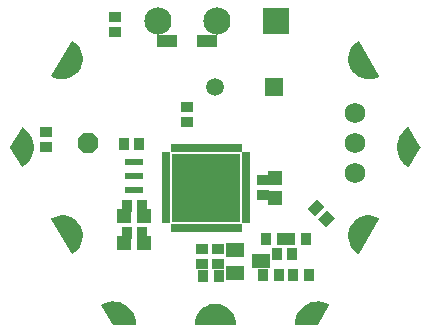
<source format=gbr>
G04 EAGLE Gerber RS-274X export*
G75*
%MOMM*%
%FSLAX34Y34*%
%LPD*%
%INSoldermask Bottom*%
%IPPOS*%
%AMOC8*
5,1,8,0,0,1.08239X$1,22.5*%
G01*
%ADD10R,0.903200X1.103200*%
%ADD11R,1.303200X1.203200*%
%ADD12R,1.103200X0.903200*%
%ADD13R,1.603197X0.603200*%
%ADD14R,1.203200X1.303200*%
%ADD15C,1.203200*%
%ADD16R,1.603200X1.203200*%
%ADD17R,0.753200X0.500381*%
%ADD18R,0.500381X0.753200*%
%ADD19R,5.803200X5.803200*%
%ADD20P,1.869504X8X22.500000*%
%ADD21C,1.727200*%
%ADD22R,1.803200X1.003200*%
%ADD23R,1.511200X1.511200*%
%ADD24C,1.511200*%
%ADD25C,2.303200*%
%ADD26R,2.303200X2.303200*%

G36*
X17029Y-633D02*
X17029Y-633D01*
X17058Y-636D01*
X17125Y-614D01*
X17195Y-600D01*
X17219Y-583D01*
X17247Y-574D01*
X17300Y-527D01*
X17359Y-487D01*
X17375Y-463D01*
X17397Y-443D01*
X17428Y-379D01*
X17466Y-320D01*
X17471Y-291D01*
X17483Y-265D01*
X17492Y-165D01*
X17499Y-123D01*
X17496Y-113D01*
X17498Y-99D01*
X17266Y2699D01*
X17256Y2733D01*
X17252Y2781D01*
X16563Y5502D01*
X16548Y5534D01*
X16536Y5580D01*
X15408Y8152D01*
X15388Y8180D01*
X15369Y8224D01*
X13833Y10575D01*
X13809Y10599D01*
X13783Y10640D01*
X11881Y12705D01*
X11853Y12726D01*
X11820Y12761D01*
X9605Y14486D01*
X9574Y14501D01*
X9536Y14531D01*
X7066Y15867D01*
X7033Y15877D01*
X6991Y15900D01*
X5805Y16308D01*
X4351Y16807D01*
X4335Y16812D01*
X4301Y16817D01*
X4255Y16832D01*
X1486Y17294D01*
X1451Y17293D01*
X1404Y17301D01*
X-1404Y17301D01*
X-1438Y17294D01*
X-1486Y17294D01*
X-4255Y16832D01*
X-4288Y16820D01*
X-4335Y16812D01*
X-6991Y15900D01*
X-7021Y15883D01*
X-7066Y15867D01*
X-9536Y14531D01*
X-9562Y14509D01*
X-9605Y14486D01*
X-11820Y12761D01*
X-11843Y12735D01*
X-11881Y12705D01*
X-13783Y10640D01*
X-13801Y10610D01*
X-13833Y10575D01*
X-15369Y8224D01*
X-15382Y8192D01*
X-15408Y8152D01*
X-16536Y5580D01*
X-16543Y5547D01*
X-16546Y5540D01*
X-16552Y5531D01*
X-16553Y5525D01*
X-16563Y5502D01*
X-17252Y2781D01*
X-17254Y2746D01*
X-17266Y2699D01*
X-17498Y-99D01*
X-17494Y-128D01*
X-17499Y-157D01*
X-17483Y-226D01*
X-17474Y-296D01*
X-17460Y-322D01*
X-17453Y-350D01*
X-17411Y-407D01*
X-17376Y-469D01*
X-17352Y-487D01*
X-17335Y-510D01*
X-17274Y-546D01*
X-17217Y-589D01*
X-17189Y-597D01*
X-17164Y-612D01*
X-17066Y-628D01*
X-17025Y-639D01*
X-17014Y-637D01*
X-17000Y-639D01*
X17000Y-639D01*
X17029Y-633D01*
G37*
G36*
X-121393Y59670D02*
X-121393Y59670D01*
X-121322Y59667D01*
X-121295Y59677D01*
X-121266Y59679D01*
X-121176Y59721D01*
X-121136Y59736D01*
X-121128Y59744D01*
X-121115Y59750D01*
X-118812Y61349D01*
X-118788Y61375D01*
X-118748Y61402D01*
X-116739Y63359D01*
X-116720Y63388D01*
X-116685Y63421D01*
X-115026Y65682D01*
X-115011Y65713D01*
X-114982Y65752D01*
X-113718Y68255D01*
X-113709Y68289D01*
X-113687Y68332D01*
X-112851Y71009D01*
X-112848Y71043D01*
X-112833Y71089D01*
X-112450Y73868D01*
X-112452Y73902D01*
X-112446Y73950D01*
X-112525Y76753D01*
X-112533Y76787D01*
X-112534Y76835D01*
X-113073Y79587D01*
X-113087Y79619D01*
X-113096Y79667D01*
X-114081Y82292D01*
X-114096Y82317D01*
X-114101Y82337D01*
X-114109Y82348D01*
X-114116Y82367D01*
X-115520Y84795D01*
X-115543Y84821D01*
X-115567Y84863D01*
X-117351Y87026D01*
X-117378Y87048D01*
X-117409Y87085D01*
X-119525Y88926D01*
X-119555Y88943D01*
X-119591Y88975D01*
X-121982Y90442D01*
X-122014Y90453D01*
X-122055Y90479D01*
X-124654Y91532D01*
X-124688Y91539D01*
X-124733Y91557D01*
X-127470Y92168D01*
X-127505Y92169D01*
X-127552Y92180D01*
X-130352Y92332D01*
X-130386Y92327D01*
X-130434Y92330D01*
X-133222Y92020D01*
X-133255Y92009D01*
X-133303Y92004D01*
X-136001Y91239D01*
X-136031Y91223D01*
X-136078Y91210D01*
X-138613Y90011D01*
X-138637Y89994D01*
X-138664Y89984D01*
X-138716Y89935D01*
X-138773Y89892D01*
X-138787Y89867D01*
X-138809Y89847D01*
X-138837Y89782D01*
X-138873Y89721D01*
X-138876Y89692D01*
X-138888Y89665D01*
X-138889Y89594D01*
X-138898Y89523D01*
X-138890Y89495D01*
X-138890Y89466D01*
X-138856Y89373D01*
X-138844Y89332D01*
X-138837Y89323D01*
X-138832Y89310D01*
X-121832Y59910D01*
X-121813Y59888D01*
X-121800Y59862D01*
X-121747Y59814D01*
X-121700Y59761D01*
X-121674Y59749D01*
X-121652Y59729D01*
X-121585Y59706D01*
X-121521Y59676D01*
X-121492Y59674D01*
X-121464Y59665D01*
X-121393Y59670D01*
G37*
G36*
X130386Y207393D02*
X130386Y207393D01*
X130434Y207390D01*
X133222Y207700D01*
X133255Y207711D01*
X133303Y207716D01*
X136001Y208481D01*
X136031Y208497D01*
X136078Y208510D01*
X138613Y209709D01*
X138637Y209726D01*
X138664Y209736D01*
X138716Y209785D01*
X138773Y209828D01*
X138787Y209853D01*
X138809Y209873D01*
X138837Y209938D01*
X138873Y210000D01*
X138876Y210028D01*
X138888Y210055D01*
X138889Y210126D01*
X138898Y210197D01*
X138890Y210225D01*
X138890Y210254D01*
X138856Y210347D01*
X138844Y210388D01*
X138837Y210397D01*
X138832Y210410D01*
X121832Y239810D01*
X121813Y239832D01*
X121800Y239858D01*
X121747Y239906D01*
X121700Y239959D01*
X121674Y239971D01*
X121652Y239991D01*
X121585Y240014D01*
X121521Y240044D01*
X121492Y240046D01*
X121464Y240055D01*
X121393Y240050D01*
X121322Y240053D01*
X121295Y240043D01*
X121266Y240041D01*
X121176Y239999D01*
X121136Y239984D01*
X121128Y239976D01*
X121115Y239970D01*
X118812Y238371D01*
X118788Y238346D01*
X118748Y238318D01*
X116739Y236361D01*
X116720Y236332D01*
X116685Y236299D01*
X115026Y234038D01*
X115011Y234007D01*
X114982Y233968D01*
X113718Y231465D01*
X113709Y231431D01*
X113687Y231388D01*
X112851Y228711D01*
X112848Y228677D01*
X112833Y228631D01*
X112450Y225852D01*
X112452Y225818D01*
X112446Y225770D01*
X112525Y222967D01*
X112533Y222933D01*
X112534Y222885D01*
X113073Y220133D01*
X113087Y220101D01*
X113096Y220053D01*
X114081Y217428D01*
X114099Y217398D01*
X114116Y217353D01*
X115520Y214925D01*
X115543Y214899D01*
X115567Y214858D01*
X117351Y212694D01*
X117378Y212672D01*
X117409Y212635D01*
X119525Y210794D01*
X119555Y210777D01*
X119591Y210746D01*
X121982Y209278D01*
X122014Y209267D01*
X122055Y209241D01*
X124654Y208188D01*
X124688Y208181D01*
X124733Y208163D01*
X127470Y207552D01*
X127505Y207551D01*
X127552Y207540D01*
X130352Y207388D01*
X130386Y207393D01*
G37*
G36*
X121426Y59671D02*
X121426Y59671D01*
X121497Y59670D01*
X121524Y59681D01*
X121553Y59685D01*
X121615Y59719D01*
X121680Y59747D01*
X121701Y59768D01*
X121726Y59782D01*
X121789Y59858D01*
X121819Y59889D01*
X121823Y59899D01*
X121832Y59910D01*
X138832Y89310D01*
X138841Y89338D01*
X138858Y89362D01*
X138873Y89431D01*
X138895Y89499D01*
X138893Y89528D01*
X138899Y89556D01*
X138886Y89626D01*
X138880Y89697D01*
X138867Y89723D01*
X138861Y89751D01*
X138821Y89810D01*
X138789Y89873D01*
X138766Y89892D01*
X138750Y89916D01*
X138668Y89973D01*
X138635Y90000D01*
X138625Y90003D01*
X138613Y90011D01*
X136078Y91210D01*
X136044Y91218D01*
X136001Y91239D01*
X133303Y92004D01*
X133268Y92006D01*
X133222Y92020D01*
X130434Y92330D01*
X130400Y92327D01*
X130352Y92332D01*
X127552Y92180D01*
X127518Y92171D01*
X127470Y92168D01*
X124733Y91557D01*
X124701Y91543D01*
X124654Y91532D01*
X122055Y90479D01*
X122026Y90460D01*
X121982Y90442D01*
X119591Y88975D01*
X119566Y88951D01*
X119525Y88926D01*
X117409Y87085D01*
X117388Y87058D01*
X117351Y87026D01*
X115567Y84863D01*
X115551Y84832D01*
X115520Y84795D01*
X114116Y82367D01*
X114105Y82334D01*
X114098Y82321D01*
X114088Y82307D01*
X114088Y82304D01*
X114081Y82292D01*
X113096Y79667D01*
X113090Y79632D01*
X113073Y79587D01*
X112534Y76835D01*
X112534Y76801D01*
X112525Y76753D01*
X112446Y73950D01*
X112452Y73916D01*
X112450Y73868D01*
X112833Y71089D01*
X112845Y71057D01*
X112851Y71009D01*
X113687Y68332D01*
X113704Y68301D01*
X113718Y68255D01*
X114982Y65752D01*
X115004Y65725D01*
X115026Y65682D01*
X116685Y63421D01*
X116711Y63398D01*
X116739Y63359D01*
X118748Y61402D01*
X118777Y61383D01*
X118812Y61349D01*
X121115Y59750D01*
X121142Y59738D01*
X121165Y59720D01*
X121233Y59699D01*
X121298Y59671D01*
X121327Y59671D01*
X121355Y59663D01*
X121426Y59671D01*
G37*
G36*
X-127552Y207540D02*
X-127552Y207540D01*
X-127518Y207549D01*
X-127470Y207552D01*
X-124733Y208163D01*
X-124701Y208177D01*
X-124654Y208188D01*
X-122055Y209241D01*
X-122026Y209260D01*
X-121982Y209278D01*
X-119591Y210746D01*
X-119566Y210769D01*
X-119525Y210794D01*
X-117409Y212635D01*
X-117388Y212662D01*
X-117351Y212694D01*
X-115567Y214858D01*
X-115551Y214888D01*
X-115520Y214925D01*
X-114116Y217353D01*
X-114105Y217386D01*
X-114081Y217428D01*
X-113096Y220053D01*
X-113090Y220088D01*
X-113073Y220133D01*
X-112534Y222885D01*
X-112534Y222920D01*
X-112525Y222967D01*
X-112446Y225770D01*
X-112452Y225804D01*
X-112450Y225852D01*
X-112833Y228631D01*
X-112845Y228663D01*
X-112851Y228711D01*
X-113687Y231388D01*
X-113704Y231419D01*
X-113718Y231465D01*
X-114982Y233968D01*
X-115004Y233995D01*
X-115026Y234038D01*
X-116685Y236299D01*
X-116711Y236322D01*
X-116739Y236361D01*
X-118748Y238318D01*
X-118777Y238337D01*
X-118812Y238371D01*
X-121115Y239970D01*
X-121142Y239982D01*
X-121165Y240000D01*
X-121233Y240021D01*
X-121298Y240049D01*
X-121327Y240049D01*
X-121355Y240057D01*
X-121426Y240049D01*
X-121497Y240050D01*
X-121524Y240039D01*
X-121553Y240035D01*
X-121615Y240001D01*
X-121680Y239973D01*
X-121701Y239952D01*
X-121726Y239938D01*
X-121789Y239862D01*
X-121819Y239831D01*
X-121823Y239821D01*
X-121832Y239810D01*
X-138832Y210410D01*
X-138841Y210382D01*
X-138858Y210358D01*
X-138873Y210289D01*
X-138895Y210221D01*
X-138893Y210192D01*
X-138899Y210164D01*
X-138886Y210094D01*
X-138880Y210023D01*
X-138867Y209997D01*
X-138861Y209969D01*
X-138821Y209910D01*
X-138789Y209847D01*
X-138766Y209828D01*
X-138750Y209804D01*
X-138668Y209747D01*
X-138635Y209720D01*
X-138625Y209717D01*
X-138613Y209709D01*
X-136078Y208510D01*
X-136044Y208502D01*
X-136001Y208481D01*
X-133303Y207716D01*
X-133268Y207714D01*
X-133222Y207700D01*
X-130434Y207390D01*
X-130400Y207393D01*
X-130352Y207388D01*
X-127552Y207540D01*
G37*
G36*
X163727Y132871D02*
X163727Y132871D01*
X163798Y132871D01*
X163825Y132882D01*
X163854Y132885D01*
X163916Y132920D01*
X163981Y132948D01*
X164002Y132968D01*
X164027Y132983D01*
X164090Y133060D01*
X164120Y133090D01*
X164124Y133100D01*
X164133Y133111D01*
X173633Y149611D01*
X173643Y149643D01*
X173652Y149656D01*
X173656Y149680D01*
X173657Y149684D01*
X173688Y149754D01*
X173688Y149778D01*
X173696Y149800D01*
X173690Y149876D01*
X173691Y149953D01*
X173681Y149977D01*
X173680Y149998D01*
X173659Y150037D01*
X173633Y150109D01*
X164133Y166609D01*
X164114Y166631D01*
X164101Y166657D01*
X164048Y166705D01*
X164001Y166758D01*
X163975Y166771D01*
X163954Y166790D01*
X163886Y166813D01*
X163822Y166844D01*
X163793Y166846D01*
X163766Y166855D01*
X163694Y166850D01*
X163623Y166853D01*
X163596Y166843D01*
X163567Y166841D01*
X163477Y166799D01*
X163437Y166784D01*
X163429Y166777D01*
X163416Y166771D01*
X160893Y165029D01*
X160869Y165005D01*
X160831Y164978D01*
X158619Y162854D01*
X158600Y162826D01*
X158566Y162794D01*
X156724Y160343D01*
X156710Y160312D01*
X156681Y160275D01*
X155256Y157560D01*
X155247Y157529D01*
X155231Y157504D01*
X155230Y157496D01*
X155225Y157486D01*
X154254Y154578D01*
X154250Y154544D01*
X154235Y154500D01*
X153743Y151473D01*
X153744Y151439D01*
X153736Y151393D01*
X153736Y148327D01*
X153737Y148323D01*
X153737Y148321D01*
X153743Y148294D01*
X153743Y148247D01*
X154235Y145220D01*
X154247Y145189D01*
X154254Y145142D01*
X155225Y142234D01*
X155242Y142205D01*
X155256Y142160D01*
X156681Y139445D01*
X156703Y139419D01*
X156724Y139377D01*
X158566Y136926D01*
X158591Y136903D01*
X158619Y136866D01*
X160831Y134742D01*
X160859Y134724D01*
X160893Y134691D01*
X163416Y132949D01*
X163443Y132938D01*
X163465Y132919D01*
X163534Y132899D01*
X163599Y132871D01*
X163628Y132871D01*
X163656Y132863D01*
X163727Y132871D01*
G37*
G36*
X-163694Y132870D02*
X-163694Y132870D01*
X-163623Y132867D01*
X-163596Y132877D01*
X-163567Y132879D01*
X-163477Y132921D01*
X-163437Y132936D01*
X-163429Y132943D01*
X-163416Y132949D01*
X-160893Y134691D01*
X-160869Y134715D01*
X-160831Y134742D01*
X-158619Y136866D01*
X-158600Y136894D01*
X-158566Y136926D01*
X-156724Y139377D01*
X-156710Y139408D01*
X-156681Y139445D01*
X-155256Y142160D01*
X-155247Y142193D01*
X-155225Y142234D01*
X-154254Y145142D01*
X-154250Y145176D01*
X-154235Y145220D01*
X-153743Y148247D01*
X-153744Y148281D01*
X-153736Y148327D01*
X-153736Y151393D01*
X-153743Y151426D01*
X-153743Y151473D01*
X-154235Y154500D01*
X-154247Y154531D01*
X-154254Y154578D01*
X-155225Y157486D01*
X-155238Y157509D01*
X-155244Y157534D01*
X-155251Y157543D01*
X-155256Y157560D01*
X-156681Y160275D01*
X-156703Y160301D01*
X-156724Y160343D01*
X-158566Y162794D01*
X-158591Y162817D01*
X-158619Y162854D01*
X-160831Y164978D01*
X-160859Y164996D01*
X-160893Y165029D01*
X-163416Y166771D01*
X-163443Y166782D01*
X-163465Y166801D01*
X-163534Y166821D01*
X-163599Y166849D01*
X-163628Y166849D01*
X-163656Y166857D01*
X-163727Y166849D01*
X-163798Y166850D01*
X-163825Y166838D01*
X-163854Y166835D01*
X-163916Y166800D01*
X-163981Y166772D01*
X-164002Y166752D01*
X-164027Y166737D01*
X-164090Y166660D01*
X-164120Y166630D01*
X-164124Y166620D01*
X-164133Y166609D01*
X-173633Y150109D01*
X-173657Y150036D01*
X-173688Y149966D01*
X-173688Y149942D01*
X-173696Y149920D01*
X-173690Y149844D01*
X-173691Y149767D01*
X-173681Y149743D01*
X-173680Y149722D01*
X-173659Y149683D01*
X-173640Y149631D01*
X-173639Y149625D01*
X-173637Y149623D01*
X-173633Y149611D01*
X-164133Y133111D01*
X-164114Y133089D01*
X-164101Y133063D01*
X-164048Y133015D01*
X-164001Y132962D01*
X-163975Y132949D01*
X-163954Y132930D01*
X-163886Y132907D01*
X-163822Y132876D01*
X-163793Y132875D01*
X-163766Y132865D01*
X-163694Y132870D01*
G37*
G36*
X86676Y-624D02*
X86676Y-624D01*
X86754Y-615D01*
X86773Y-604D01*
X86795Y-600D01*
X86859Y-556D01*
X86927Y-517D01*
X86943Y-498D01*
X86959Y-487D01*
X86983Y-449D01*
X87033Y-389D01*
X96533Y16111D01*
X96542Y16138D01*
X96558Y16162D01*
X96573Y16232D01*
X96596Y16300D01*
X96593Y16328D01*
X96599Y16356D01*
X96586Y16427D01*
X96580Y16498D01*
X96567Y16523D01*
X96561Y16551D01*
X96521Y16611D01*
X96488Y16674D01*
X96466Y16692D01*
X96450Y16716D01*
X96367Y16774D01*
X96335Y16801D01*
X96324Y16804D01*
X96314Y16811D01*
X93548Y18120D01*
X93515Y18128D01*
X93472Y18148D01*
X90532Y18996D01*
X90498Y18999D01*
X90454Y19012D01*
X87416Y19377D01*
X87382Y19374D01*
X87335Y19380D01*
X84278Y19253D01*
X84245Y19245D01*
X84198Y19244D01*
X81201Y18628D01*
X81170Y18615D01*
X81124Y18606D01*
X78264Y17517D01*
X78236Y17499D01*
X78192Y17483D01*
X75544Y15949D01*
X75518Y15927D01*
X75478Y15904D01*
X73110Y13966D01*
X73088Y13939D01*
X73052Y13910D01*
X71025Y11617D01*
X71009Y11588D01*
X70977Y11553D01*
X69345Y8965D01*
X69333Y8933D01*
X69308Y8894D01*
X68112Y6077D01*
X68105Y6044D01*
X68102Y6037D01*
X68098Y6031D01*
X68097Y6025D01*
X68086Y6001D01*
X67358Y3029D01*
X67356Y2995D01*
X67345Y2950D01*
X67102Y-100D01*
X67106Y-129D01*
X67101Y-157D01*
X67118Y-226D01*
X67126Y-298D01*
X67141Y-322D01*
X67147Y-350D01*
X67190Y-408D01*
X67226Y-470D01*
X67248Y-487D01*
X67265Y-510D01*
X67327Y-547D01*
X67384Y-590D01*
X67412Y-597D01*
X67436Y-612D01*
X67536Y-628D01*
X67577Y-639D01*
X67587Y-637D01*
X67600Y-639D01*
X86600Y-639D01*
X86676Y-624D01*
G37*
G36*
X-67572Y-634D02*
X-67572Y-634D01*
X-67544Y-636D01*
X-67476Y-614D01*
X-67405Y-600D01*
X-67382Y-584D01*
X-67355Y-575D01*
X-67300Y-528D01*
X-67241Y-487D01*
X-67226Y-463D01*
X-67205Y-445D01*
X-67173Y-380D01*
X-67134Y-320D01*
X-67129Y-292D01*
X-67117Y-266D01*
X-67108Y-165D01*
X-67101Y-123D01*
X-67103Y-113D01*
X-67102Y-100D01*
X-67345Y2950D01*
X-67354Y2982D01*
X-67358Y3029D01*
X-68086Y6001D01*
X-68101Y6032D01*
X-68112Y6077D01*
X-69308Y8894D01*
X-69327Y8922D01*
X-69345Y8965D01*
X-70977Y11553D01*
X-71001Y11577D01*
X-71025Y11617D01*
X-73052Y13910D01*
X-73079Y13930D01*
X-73110Y13966D01*
X-75478Y15904D01*
X-75508Y15920D01*
X-75544Y15949D01*
X-78192Y17483D01*
X-78224Y17493D01*
X-78264Y17517D01*
X-81124Y18606D01*
X-81157Y18611D01*
X-81201Y18628D01*
X-84198Y19244D01*
X-84232Y19244D01*
X-84278Y19253D01*
X-87335Y19380D01*
X-87369Y19375D01*
X-87416Y19377D01*
X-90454Y19012D01*
X-90486Y19001D01*
X-90532Y18996D01*
X-93472Y18148D01*
X-93502Y18132D01*
X-93548Y18120D01*
X-96314Y16811D01*
X-96336Y16794D01*
X-96363Y16784D01*
X-96415Y16735D01*
X-96473Y16692D01*
X-96487Y16667D01*
X-96508Y16648D01*
X-96537Y16582D01*
X-96573Y16520D01*
X-96576Y16492D01*
X-96588Y16466D01*
X-96589Y16394D01*
X-96598Y16323D01*
X-96590Y16296D01*
X-96591Y16267D01*
X-96555Y16172D01*
X-96544Y16132D01*
X-96537Y16123D01*
X-96533Y16111D01*
X-87033Y-389D01*
X-86981Y-448D01*
X-86935Y-510D01*
X-86916Y-521D01*
X-86901Y-538D01*
X-86831Y-572D01*
X-86764Y-612D01*
X-86740Y-616D01*
X-86722Y-624D01*
X-86677Y-626D01*
X-86600Y-639D01*
X-67600Y-639D01*
X-67572Y-634D01*
G37*
D10*
X-64620Y152400D03*
X-77620Y152400D03*
D11*
X-60080Y68580D03*
X-77080Y68580D03*
D12*
X-24130Y184300D03*
X-24130Y171300D03*
D13*
X-68580Y113730D03*
X-68580Y125730D03*
X-68580Y137730D03*
D10*
G36*
X94816Y96477D02*
X101202Y90091D01*
X93402Y82291D01*
X87016Y88677D01*
X94816Y96477D01*
G37*
G36*
X85623Y105669D02*
X92009Y99283D01*
X84209Y91483D01*
X77823Y97869D01*
X85623Y105669D01*
G37*
D14*
X50800Y107070D03*
X50800Y124070D03*
D11*
X-60080Y91440D03*
X-77080Y91440D03*
D12*
X40640Y109070D03*
X40640Y122070D03*
D10*
X-62080Y100330D03*
X-75080Y100330D03*
D12*
X-143510Y149710D03*
X-143510Y162710D03*
D15*
X165200Y149860D03*
X82600Y6760D03*
X-82600Y6760D03*
X-165200Y149860D03*
X123900Y221360D03*
X123900Y78360D03*
X0Y6760D03*
X-123900Y78360D03*
X-123900Y221360D03*
D12*
X-85090Y247500D03*
X-85090Y260500D03*
D10*
X40490Y41910D03*
X53490Y41910D03*
X64920Y59690D03*
X51920Y59690D03*
D16*
X38940Y53340D03*
X16940Y62840D03*
X16940Y43840D03*
D10*
X63350Y72390D03*
X76350Y72390D03*
X56030Y72390D03*
X43030Y72390D03*
D12*
X2540Y50650D03*
X2540Y63650D03*
D10*
X-10310Y40640D03*
X2690Y40640D03*
D12*
X-11430Y50650D03*
X-11430Y63650D03*
D17*
X-41420Y88063D03*
X-41420Y93064D03*
X-41420Y98066D03*
X-41420Y103067D03*
X-41420Y108068D03*
X-41420Y113069D03*
X-41420Y118071D03*
X-41420Y123072D03*
X-41420Y128073D03*
X-41420Y133074D03*
X-41420Y138076D03*
X-41420Y143077D03*
D18*
X-35127Y149370D03*
X-30126Y149370D03*
X-25124Y149370D03*
X-20123Y149370D03*
X-15122Y149370D03*
X-10121Y149370D03*
X-5119Y149370D03*
X-118Y149370D03*
X4883Y149370D03*
X9884Y149370D03*
X14886Y149370D03*
X19887Y149370D03*
D17*
X26180Y143077D03*
X26180Y138076D03*
X26180Y133074D03*
X26180Y128073D03*
X26180Y123072D03*
X26180Y118071D03*
X26180Y113069D03*
X26180Y108068D03*
X26180Y103067D03*
X26180Y98066D03*
X26180Y93064D03*
X26180Y88063D03*
D18*
X19887Y81770D03*
X14886Y81770D03*
X9884Y81770D03*
X4883Y81770D03*
X-118Y81770D03*
X-5119Y81770D03*
X-10121Y81770D03*
X-15122Y81770D03*
X-20123Y81770D03*
X-25124Y81770D03*
X-30126Y81770D03*
X-35127Y81770D03*
D19*
X-7620Y115570D03*
D10*
X-62080Y77470D03*
X-75080Y77470D03*
D20*
X-107950Y153670D03*
D21*
X118110Y179070D03*
X118110Y153670D03*
X118110Y128270D03*
D22*
X-7130Y240030D03*
X-41130Y240030D03*
D23*
X49530Y200660D03*
D24*
X-470Y200660D03*
D10*
X78890Y41910D03*
X65890Y41910D03*
D25*
X1270Y256540D03*
D26*
X51270Y256540D03*
D25*
X-48730Y256540D03*
M02*

</source>
